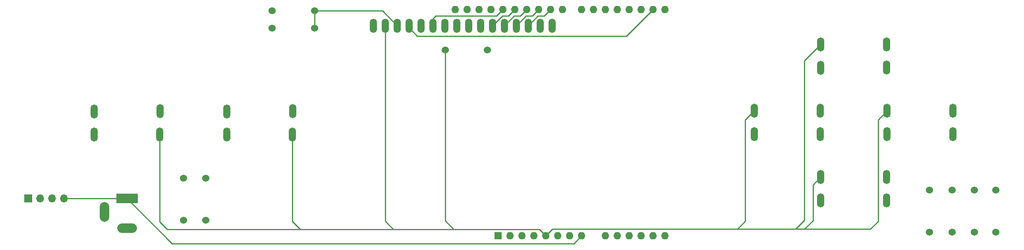
<source format=gbr>
%TF.GenerationSoftware,KiCad,Pcbnew,7.0.8*%
%TF.CreationDate,2023-11-30T13:58:35-08:00*%
%TF.ProjectId,LED_matrix,4c45445f-6d61-4747-9269-782e6b696361,rev?*%
%TF.SameCoordinates,Original*%
%TF.FileFunction,Copper,L1,Top*%
%TF.FilePolarity,Positive*%
%FSLAX46Y46*%
G04 Gerber Fmt 4.6, Leading zero omitted, Abs format (unit mm)*
G04 Created by KiCad (PCBNEW 7.0.8) date 2023-11-30 13:58:35*
%MOMM*%
%LPD*%
G01*
G04 APERTURE LIST*
%TA.AperFunction,ComponentPad*%
%ADD10O,1.524000X3.000000*%
%TD*%
%TA.AperFunction,ComponentPad*%
%ADD11O,1.508000X3.016000*%
%TD*%
%TA.AperFunction,ComponentPad*%
%ADD12O,2.000000X4.200000*%
%TD*%
%TA.AperFunction,ComponentPad*%
%ADD13O,4.200000X2.000000*%
%TD*%
%TA.AperFunction,ComponentPad*%
%ADD14R,4.600000X2.000000*%
%TD*%
%TA.AperFunction,ComponentPad*%
%ADD15C,1.524000*%
%TD*%
%TA.AperFunction,ComponentPad*%
%ADD16O,1.700000X1.700000*%
%TD*%
%TA.AperFunction,ComponentPad*%
%ADD17R,1.700000X1.700000*%
%TD*%
%TA.AperFunction,ComponentPad*%
%ADD18R,1.600000X1.600000*%
%TD*%
%TA.AperFunction,ComponentPad*%
%ADD19O,1.600000X1.600000*%
%TD*%
%TA.AperFunction,Conductor*%
%ADD20C,0.250000*%
%TD*%
G04 APERTURE END LIST*
D10*
%TO.P,J5,1,Pin_1*%
%TO.N,/5V*%
X172860000Y-38130000D03*
%TO.P,J5,2,Pin_2*%
%TO.N,unconnected-(J5-Pin_2-Pad2)*%
X186870000Y-38100000D03*
%TO.P,J5,3,Pin_3*%
%TO.N,/Green_btn*%
X172820000Y-43110000D03*
%TO.P,J5,4,Pin_4*%
%TO.N,unconnected-(J5-Pin_4-Pad4)*%
X186870000Y-43060000D03*
%TD*%
%TO.P,J1,1,Pin_1*%
%TO.N,/5V*%
X32000000Y-29020000D03*
%TO.P,J1,2,Pin_2*%
%TO.N,unconnected-(J1-Pin_2-Pad2)*%
X17990000Y-29050000D03*
%TO.P,J1,3,Pin_3*%
%TO.N,/Black_btn*%
X32040000Y-24040000D03*
%TO.P,J1,4,Pin_4*%
%TO.N,unconnected-(J1-Pin_4-Pad4)*%
X17990000Y-24090000D03*
%TD*%
%TO.P,J4,1,Pin_1*%
%TO.N,/5V*%
X187000000Y-24000000D03*
%TO.P,J4,2,Pin_2*%
%TO.N,unconnected-(J4-Pin_2-Pad2)*%
X201010000Y-23970000D03*
%TO.P,J4,3,Pin_3*%
%TO.N,/Red_btn*%
X186960000Y-28980000D03*
%TO.P,J4,4,Pin_4*%
%TO.N,unconnected-(J4-Pin_4-Pad4)*%
X201010000Y-28930000D03*
%TD*%
%TO.P,J6,1,Pin_1*%
%TO.N,/5V*%
X158720000Y-24000000D03*
%TO.P,J6,2,Pin_2*%
%TO.N,unconnected-(J6-Pin_2-Pad2)*%
X172730000Y-23970000D03*
%TO.P,J6,3,Pin_3*%
%TO.N,/Blue_btn*%
X158680000Y-28980000D03*
%TO.P,J6,4,Pin_4*%
%TO.N,unconnected-(J6-Pin_4-Pad4)*%
X172730000Y-28930000D03*
%TD*%
%TO.P,J2,1,Pin_1*%
%TO.N,/5V*%
X60280000Y-29020000D03*
%TO.P,J2,2,Pin_2*%
%TO.N,unconnected-(J2-Pin_2-Pad2)*%
X46270000Y-29050000D03*
%TO.P,J2,3,Pin_3*%
%TO.N,/White_btn*%
X60320000Y-24040000D03*
%TO.P,J2,4,Pin_4*%
%TO.N,unconnected-(J2-Pin_4-Pad4)*%
X46270000Y-24090000D03*
%TD*%
%TO.P,J3,1,Pin_1*%
%TO.N,/5V*%
X172860000Y-9840000D03*
%TO.P,J3,2,Pin_2*%
%TO.N,unconnected-(J3-Pin_2-Pad2)*%
X186870000Y-9810000D03*
%TO.P,J3,3,Pin_3*%
%TO.N,/Yellow_btn*%
X172820000Y-14820000D03*
%TO.P,J3,4,Pin_4*%
%TO.N,unconnected-(J3-Pin_4-Pad4)*%
X186870000Y-14770000D03*
%TD*%
D11*
%TO.P,DIS1,P$1*%
%TO.N,/GND*%
X77500000Y-5800000D03*
%TO.P,DIS1,P$2*%
%TO.N,/5V*%
X80040000Y-5800000D03*
%TO.P,DIS1,P$3*%
%TO.N,/Vo*%
X82580000Y-5800000D03*
%TO.P,DIS1,P$4*%
%TO.N,/RS*%
X85120000Y-5800000D03*
%TO.P,DIS1,P$5*%
%TO.N,/GND*%
X87660000Y-5800000D03*
%TO.P,DIS1,P$6*%
%TO.N,/EN*%
X90200000Y-5800000D03*
%TO.P,DIS1,P$7*%
%TO.N,unconnected-(DIS1-PadP$7)*%
X92740000Y-5800000D03*
%TO.P,DIS1,P$8*%
%TO.N,unconnected-(DIS1-PadP$8)*%
X95280000Y-5800000D03*
%TO.P,DIS1,P$9*%
%TO.N,unconnected-(DIS1-PadP$9)*%
X97820000Y-5800000D03*
%TO.P,DIS1,P$10*%
%TO.N,unconnected-(DIS1-PadP$10)*%
X100360000Y-5800000D03*
%TO.P,DIS1,P$11*%
%TO.N,/DB4*%
X102900000Y-5800000D03*
%TO.P,DIS1,P$12*%
%TO.N,/DB5*%
X105440000Y-5800000D03*
%TO.P,DIS1,P$13*%
%TO.N,/DB6*%
X107980000Y-5800000D03*
%TO.P,DIS1,P$14*%
%TO.N,/DB7*%
X110520000Y-5800000D03*
%TO.P,DIS1,P$15*%
%TO.N,Net-(DIS1-PadP$15)*%
X113060000Y-5800000D03*
%TO.P,DIS1,P$16*%
%TO.N,/GND*%
X115600000Y-5800000D03*
%TD*%
D12*
%TO.P,J7,3*%
%TO.N,N/C*%
X20200000Y-45590000D03*
D13*
%TO.P,J7,2*%
%TO.N,/GND*%
X25000000Y-48990000D03*
D14*
%TO.P,J7,1*%
%TO.N,/12V*%
X25000000Y-42690000D03*
%TD*%
D15*
%TO.P,R8,1*%
%TO.N,/GND*%
X55940000Y-6315000D03*
%TO.P,R8,2*%
%TO.N,/Vo*%
X64940000Y-6315000D03*
%TD*%
%TO.P,R2,1*%
%TO.N,/GND*%
X41740000Y-47350000D03*
%TO.P,R2,2*%
%TO.N,/White_btn*%
X41740000Y-38350000D03*
%TD*%
D16*
%TO.P,J8,4,Pin_4*%
%TO.N,/12V*%
X11590000Y-42690000D03*
%TO.P,J8,3,Pin_3*%
%TO.N,/LED_data*%
X9050000Y-42690000D03*
%TO.P,J8,2,Pin_2*%
%TO.N,/GND*%
X6510000Y-42690000D03*
D17*
%TO.P,J8,1,Pin_1*%
X3970000Y-42690000D03*
%TD*%
D15*
%TO.P,R6,1*%
%TO.N,/GND*%
X196080000Y-49880000D03*
%TO.P,R6,2*%
%TO.N,/Blue_btn*%
X196080000Y-40880000D03*
%TD*%
%TO.P,R7,1*%
%TO.N,/5V*%
X92800000Y-11000000D03*
%TO.P,R7,2*%
%TO.N,Net-(DIS1-PadP$15)*%
X101800000Y-11000000D03*
%TD*%
D18*
%TO.P,A1,1,NC*%
%TO.N,unconnected-(A1-NC-Pad1)*%
X104110000Y-50625000D03*
D19*
%TO.P,A1,2,IOREF*%
%TO.N,unconnected-(A1-IOREF-Pad2)*%
X106650000Y-50625000D03*
%TO.P,A1,3,~{RESET}*%
%TO.N,unconnected-(A1-~{RESET}-Pad3)*%
X109190000Y-50625000D03*
%TO.P,A1,4,3V3*%
%TO.N,unconnected-(A1-3V3-Pad4)*%
X111730000Y-50625000D03*
%TO.P,A1,5,+5V*%
%TO.N,/5V*%
X114270000Y-50625000D03*
%TO.P,A1,6,GND*%
%TO.N,/GND*%
X116810000Y-50625000D03*
%TO.P,A1,7,GND*%
X119350000Y-50625000D03*
%TO.P,A1,8,VIN*%
%TO.N,/12V*%
X121890000Y-50625000D03*
%TO.P,A1,9,A0*%
%TO.N,unconnected-(A1-A0-Pad9)*%
X126970000Y-50625000D03*
%TO.P,A1,10,A1*%
%TO.N,unconnected-(A1-A1-Pad10)*%
X129510000Y-50625000D03*
%TO.P,A1,11,A2*%
%TO.N,unconnected-(A1-A2-Pad11)*%
X132050000Y-50625000D03*
%TO.P,A1,12,A3*%
%TO.N,unconnected-(A1-A3-Pad12)*%
X134590000Y-50625000D03*
%TO.P,A1,13,SDA/A4*%
%TO.N,unconnected-(A1-SDA{slash}A4-Pad13)*%
X137130000Y-50625000D03*
%TO.P,A1,14,SCL/A5*%
%TO.N,unconnected-(A1-SCL{slash}A5-Pad14)*%
X139670000Y-50625000D03*
%TO.P,A1,15,D0/RX*%
%TO.N,unconnected-(A1-D0{slash}RX-Pad15)*%
X139670000Y-2365000D03*
%TO.P,A1,16,D1/TX*%
%TO.N,/RS*%
X137130000Y-2365000D03*
%TO.P,A1,17,D2*%
%TO.N,/Yellow_btn*%
X134590000Y-2365000D03*
%TO.P,A1,18,D3*%
%TO.N,/Red_btn*%
X132050000Y-2365000D03*
%TO.P,A1,19,D4*%
%TO.N,/Blue_btn*%
X129510000Y-2365000D03*
%TO.P,A1,20,D5*%
%TO.N,/Green_btn*%
X126970000Y-2365000D03*
%TO.P,A1,21,D6*%
%TO.N,/White_btn*%
X124430000Y-2365000D03*
%TO.P,A1,22,D7*%
%TO.N,/Black_btn*%
X121890000Y-2365000D03*
%TO.P,A1,23,D8*%
%TO.N,/LED_data*%
X117830000Y-2365000D03*
%TO.P,A1,24,D9*%
%TO.N,/DB7*%
X115290000Y-2365000D03*
%TO.P,A1,25,D10*%
%TO.N,/DB6*%
X112750000Y-2365000D03*
%TO.P,A1,26,D11*%
%TO.N,/DB5*%
X110210000Y-2365000D03*
%TO.P,A1,27,D12*%
%TO.N,/DB4*%
X107670000Y-2365000D03*
%TO.P,A1,28,D13*%
%TO.N,/EN*%
X105130000Y-2365000D03*
%TO.P,A1,29,GND*%
%TO.N,unconnected-(A1-GND-Pad29)*%
X102590000Y-2365000D03*
%TO.P,A1,30,AREF*%
%TO.N,unconnected-(A1-AREF-Pad30)*%
X100050000Y-2365000D03*
%TO.P,A1,31,SDA/A4*%
%TO.N,unconnected-(A1-SDA{slash}A4-Pad31)*%
X97510000Y-2365000D03*
%TO.P,A1,32,SCL/A5*%
%TO.N,unconnected-(A1-SCL{slash}A5-Pad32)*%
X94970000Y-2365000D03*
%TD*%
D15*
%TO.P,R1,1*%
%TO.N,/GND*%
X37020000Y-47350000D03*
%TO.P,R1,2*%
%TO.N,/Black_btn*%
X37020000Y-38350000D03*
%TD*%
%TO.P,R9,1*%
%TO.N,/GND*%
X55950000Y-2655000D03*
%TO.P,R9,2*%
%TO.N,/Vo*%
X64950000Y-2655000D03*
%TD*%
%TO.P,R4,1*%
%TO.N,/GND*%
X205590000Y-49865000D03*
%TO.P,R4,2*%
%TO.N,/Red_btn*%
X205590000Y-40865000D03*
%TD*%
%TO.P,R3,1*%
%TO.N,/GND*%
X210210000Y-49880000D03*
%TO.P,R3,2*%
%TO.N,/Yellow_btn*%
X210210000Y-40880000D03*
%TD*%
%TO.P,R5,1*%
%TO.N,/GND*%
X200900000Y-49880000D03*
%TO.P,R5,2*%
%TO.N,/Green_btn*%
X200900000Y-40880000D03*
%TD*%
D20*
%TO.N,/5V*%
X158720000Y-24000000D02*
X156790000Y-25930000D01*
X185090000Y-47560000D02*
X183440000Y-49210000D01*
X33540000Y-49240000D02*
X63260000Y-49240000D01*
X32000000Y-47700000D02*
X33540000Y-49240000D01*
X172860000Y-9860000D02*
X172860000Y-9840000D01*
X92800000Y-47450000D02*
X94590000Y-49240000D01*
X63260000Y-49240000D02*
X67070000Y-49240000D01*
X156790000Y-47530000D02*
X155110000Y-49210000D01*
X81780000Y-49240000D02*
X81850000Y-49240000D01*
X172860000Y-38130000D02*
X171230000Y-39760000D01*
X112885000Y-49240000D02*
X94590000Y-49240000D01*
X183440000Y-49210000D02*
X169410000Y-49210000D01*
X167500000Y-49210000D02*
X167340000Y-49210000D01*
X171230000Y-47390000D02*
X169410000Y-49210000D01*
X92800000Y-11000000D02*
X92800000Y-47450000D01*
X60280000Y-47590000D02*
X61930000Y-49240000D01*
X115685000Y-49210000D02*
X114270000Y-50625000D01*
X94590000Y-49240000D02*
X81850000Y-49240000D01*
X60280000Y-29020000D02*
X60280000Y-47590000D01*
X185090000Y-25910000D02*
X185090000Y-47560000D01*
X171230000Y-39760000D02*
X171230000Y-47390000D01*
X80040000Y-5800000D02*
X80040000Y-47500000D01*
X81850000Y-49240000D02*
X67070000Y-49240000D01*
X169370000Y-47340000D02*
X167500000Y-49210000D01*
X156790000Y-25930000D02*
X156790000Y-47530000D01*
X187000000Y-24000000D02*
X185090000Y-25910000D01*
X114270000Y-50625000D02*
X112885000Y-49240000D01*
X32000000Y-29020000D02*
X32000000Y-47700000D01*
X61930000Y-49240000D02*
X63260000Y-49240000D01*
X155110000Y-49210000D02*
X115685000Y-49210000D01*
X169370000Y-13330000D02*
X169370000Y-47340000D01*
X169410000Y-49210000D02*
X167340000Y-49210000D01*
X172860000Y-9840000D02*
X169370000Y-13330000D01*
X186990000Y-24000000D02*
X187000000Y-24000000D01*
X80040000Y-47500000D02*
X81780000Y-49240000D01*
X167340000Y-49210000D02*
X155110000Y-49210000D01*
%TO.N,/12V*%
X34590000Y-52280000D02*
X35510000Y-52280000D01*
X25000000Y-42690000D02*
X34590000Y-52280000D01*
X25000000Y-42690000D02*
X11590000Y-42690000D01*
X120235000Y-52280000D02*
X121890000Y-50625000D01*
X35510000Y-52280000D02*
X120235000Y-52280000D01*
%TO.N,/Yellow_btn*%
X172860000Y-14350000D02*
X172860000Y-14330000D01*
%TO.N,/Blue_btn*%
X158730000Y-28490000D02*
X158720000Y-28490000D01*
%TO.N,/RS*%
X86860000Y-8000000D02*
X131480000Y-8000000D01*
X131480000Y-8000000D02*
X137115000Y-2365000D01*
X85120000Y-5800000D02*
X85120000Y-6260000D01*
X85120000Y-6260000D02*
X86860000Y-8000000D01*
X137115000Y-2365000D02*
X137130000Y-2365000D01*
%TO.N,/EN*%
X90200000Y-5800000D02*
X90200000Y-4300000D01*
X90800000Y-3700000D02*
X103795000Y-3700000D01*
X90200000Y-4300000D02*
X90800000Y-3700000D01*
X103795000Y-3700000D02*
X105130000Y-2365000D01*
%TO.N,/DB7*%
X112600000Y-3720000D02*
X113935000Y-3720000D01*
X113935000Y-3720000D02*
X115290000Y-2365000D01*
X110520000Y-5800000D02*
X112600000Y-3720000D01*
%TO.N,/DB6*%
X111395000Y-3720000D02*
X112750000Y-2365000D01*
X110060000Y-3720000D02*
X111395000Y-3720000D01*
X107980000Y-5800000D02*
X110060000Y-3720000D01*
%TO.N,/DB5*%
X105440000Y-5800000D02*
X107520000Y-3720000D01*
X107520000Y-3720000D02*
X108855000Y-3720000D01*
X108855000Y-3720000D02*
X110210000Y-2365000D01*
%TO.N,/DB4*%
X106325000Y-3710000D02*
X107670000Y-2365000D01*
X104990000Y-3710000D02*
X106325000Y-3710000D01*
X102900000Y-5800000D02*
X104990000Y-3710000D01*
%TO.N,/Vo*%
X64970000Y-2635000D02*
X64950000Y-2655000D01*
X79435000Y-2655000D02*
X82580000Y-5800000D01*
X64950000Y-2655000D02*
X64950000Y-6305000D01*
X64950000Y-2655000D02*
X64970000Y-2675000D01*
X64950000Y-6305000D02*
X64940000Y-6315000D01*
X64950000Y-2655000D02*
X79435000Y-2655000D01*
%TD*%
M02*

</source>
